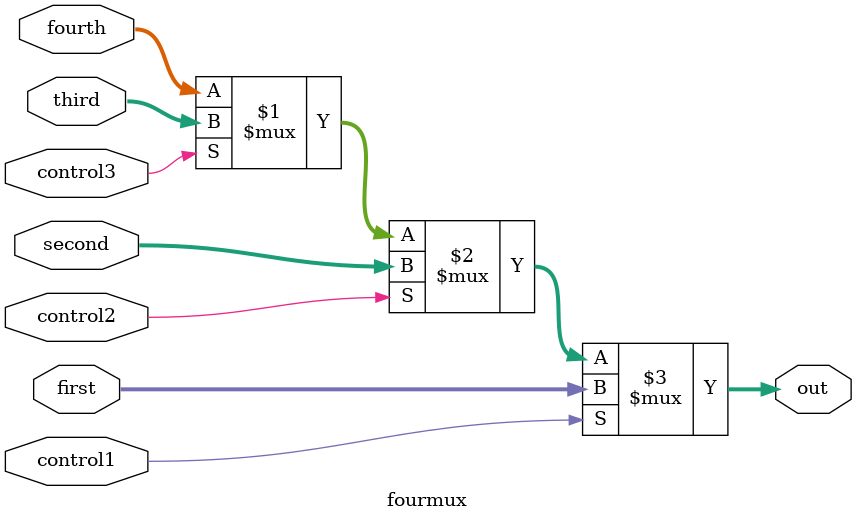
<source format=v>
module fourmux #(parameter WIDTH = 32)
            (input control1, control2, control3,
             input [WIDTH - 1:0] first,
             input [WIDTH - 1:0] second,
             input [WIDTH - 1:0] third,
             input [WIDTH - 1:0] fourth,
             output [WIDTH - 1:0] out);

assign out = control1 ? first : control2 ? second : control3 ? third : fourth;

endmodule

</source>
